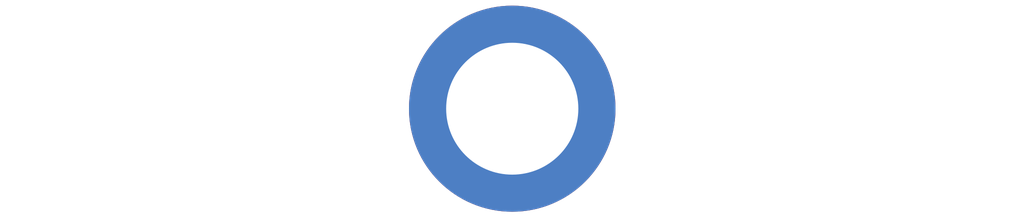
<source format=kicad_pcb>
(kicad_pcb (version 20240108) (generator pcbnew)
  (layers (0 "F.Cu" signal) (31 "B.Cu" signal) (34 "B.Paste" user) (35 "F.Paste" user) (36 "B.SilkS" user "B.Silkscreen") (37 "F.SilkS" user "F.Silkscreen") (38 "B.Mask" user) (39 "F.Mask" user) (44 "Edge.Cuts" user))
  (net 0 "")
  (footprint "MountingHole_6.4mm_M6_ISO14580_Pad_TopBottom" (layer "F.Cu") (at 0 0)
    (property "Reference" "REF**")
    (property "Value" "MountingHole_6.4mm_M6_ISO14580_Pad_TopBottom")
    (pad "1" thru_hole circle (at 0 0) (size 6.8 6.8) (drill 6.4) (layers *.Cu *.Mask) (remove_unused_layers))
    (pad "1" connect circle (at 0 0) (size 10 10) (layers "F.Cu" "F.Mask"))
    (pad "1" connect circle (at 0 0) (size 10 10) (layers "B.Cu" "B.Mask"))
  )
)
</source>
